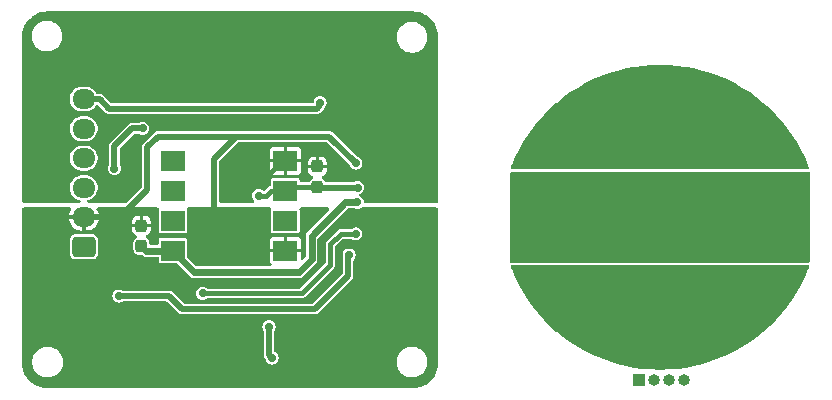
<source format=gbr>
%TF.GenerationSoftware,KiCad,Pcbnew,8.0.4*%
%TF.CreationDate,2024-11-05T13:43:52+01:00*%
%TF.ProjectId,Nutzen,4e75747a-656e-42e6-9b69-6361645f7063,rev?*%
%TF.SameCoordinates,PX791ddc0PY78a3ca0*%
%TF.FileFunction,Copper,L2,Bot*%
%TF.FilePolarity,Positive*%
%FSLAX46Y46*%
G04 Gerber Fmt 4.6, Leading zero omitted, Abs format (unit mm)*
G04 Created by KiCad (PCBNEW 8.0.4) date 2024-11-05 13:43:52*
%MOMM*%
%LPD*%
G01*
G04 APERTURE LIST*
G04 Aperture macros list*
%AMRoundRect*
0 Rectangle with rounded corners*
0 $1 Rounding radius*
0 $2 $3 $4 $5 $6 $7 $8 $9 X,Y pos of 4 corners*
0 Add a 4 corners polygon primitive as box body*
4,1,4,$2,$3,$4,$5,$6,$7,$8,$9,$2,$3,0*
0 Add four circle primitives for the rounded corners*
1,1,$1+$1,$2,$3*
1,1,$1+$1,$4,$5*
1,1,$1+$1,$6,$7*
1,1,$1+$1,$8,$9*
0 Add four rect primitives between the rounded corners*
20,1,$1+$1,$2,$3,$4,$5,0*
20,1,$1+$1,$4,$5,$6,$7,0*
20,1,$1+$1,$6,$7,$8,$9,0*
20,1,$1+$1,$8,$9,$2,$3,0*%
G04 Aperture macros list end*
%TA.AperFunction,Conductor*%
%ADD10C,0.200000*%
%TD*%
%TA.AperFunction,ComponentPad*%
%ADD11RoundRect,0.250000X0.725000X-0.600000X0.725000X0.600000X-0.725000X0.600000X-0.725000X-0.600000X0*%
%TD*%
%TA.AperFunction,ComponentPad*%
%ADD12O,1.950000X1.700000*%
%TD*%
%TA.AperFunction,SMDPad,CuDef*%
%ADD13RoundRect,0.237500X-0.237500X0.300000X-0.237500X-0.300000X0.237500X-0.300000X0.237500X0.300000X0*%
%TD*%
%TA.AperFunction,SMDPad,CuDef*%
%ADD14R,2.000000X1.780000*%
%TD*%
%TA.AperFunction,ComponentPad*%
%ADD15R,1.000000X1.000000*%
%TD*%
%TA.AperFunction,ComponentPad*%
%ADD16O,1.000000X1.000000*%
%TD*%
%TA.AperFunction,ViaPad*%
%ADD17C,0.700000*%
%TD*%
%TA.AperFunction,ViaPad*%
%ADD18C,0.600000*%
%TD*%
%TA.AperFunction,Conductor*%
%ADD19C,0.400000*%
%TD*%
%TA.AperFunction,Conductor*%
%ADD20C,0.500000*%
%TD*%
%TA.AperFunction,Conductor*%
%ADD21C,0.600000*%
%TD*%
G04 APERTURE END LIST*
D10*
%TO.N,/analog_inp_3*%
X57649730Y9845000D02*
X57649730Y10595000D01*
%TD*%
D11*
%TO.P,J1,1,Pin_1*%
%TO.N,GNDD*%
X5520000Y12270000D03*
D12*
%TO.P,J1,2,Pin_2*%
%TO.N,GNDA*%
X5520000Y14770000D03*
%TO.P,J1,3,Pin_3*%
%TO.N,+3.3VD*%
X5520000Y17270000D03*
%TO.P,J1,4,Pin_4*%
%TO.N,/Out2*%
X5520000Y19770000D03*
%TO.P,J1,5,Pin_5*%
%TO.N,/Out1*%
X5520000Y22270000D03*
%TO.P,J1,6,Pin_6*%
%TO.N,/Out3*%
X5520000Y24770000D03*
%TD*%
D13*
%TO.P,C7,1*%
%TO.N,GNDD*%
X25300000Y19062500D03*
%TO.P,C7,2*%
%TO.N,+3.3VD*%
X25300000Y17337500D03*
%TD*%
D14*
%TO.P,U1,1,-Vin*%
%TO.N,GNDD*%
X22590000Y19560000D03*
%TO.P,U1,2,+Vin*%
%TO.N,+3.3VD*%
X22590000Y17020000D03*
%TO.P,U1,3,NA*%
%TO.N,unconnected-(U1-NA-Pad3)*%
X22590000Y14480000D03*
%TO.P,U1,4,-Vout*%
%TO.N,GNDA*%
X22590000Y11940000D03*
%TO.P,U1,5,+Vout*%
%TO.N,+3.3VA*%
X13060000Y11940000D03*
%TO.P,U1,6,NA*%
%TO.N,unconnected-(U1-NA-Pad6)*%
X13060000Y14480000D03*
%TO.P,U1,7,NA*%
%TO.N,unconnected-(U1-NA-Pad7)*%
X13060000Y17020000D03*
%TO.P,U1,8,NA*%
%TO.N,unconnected-(U1-NA-Pad8)*%
X13060000Y19560000D03*
%TD*%
D13*
%TO.P,C8,1*%
%TO.N,GNDA*%
X10400000Y14062500D03*
%TO.P,C8,2*%
%TO.N,+3.3VA*%
X10400000Y12337500D03*
%TD*%
D15*
%TO.P,J3,1,Pin_1*%
%TO.N,unconnected-(J3-Pin_1-Pad1)*%
X52559730Y950000D03*
D16*
%TO.P,J3,2,Pin_2*%
%TO.N,unconnected-(J3-Pin_2-Pad2)*%
X53829730Y950000D03*
%TO.P,J3,3,Pin_3*%
%TO.N,unconnected-(J3-Pin_3-Pad3)*%
X55099730Y950000D03*
%TO.P,J3,4,Pin_4*%
%TO.N,unconnected-(J3-Pin_4-Pad4)*%
X56369730Y950000D03*
%TD*%
D17*
%TO.N,GNDD*%
X33500000Y26200000D03*
X6600000Y29900000D03*
X20350000Y18525000D03*
X31800000Y25000000D03*
X8000000Y29900000D03*
X21450000Y2850000D03*
X21200000Y5500000D03*
X33500000Y25000000D03*
X6600000Y28700000D03*
X31800000Y26200000D03*
X8000000Y28700000D03*
%TO.N,/Out2*%
X27980000Y11560000D03*
X8500000Y8100000D03*
%TO.N,/Out3*%
X25515000Y24480000D03*
%TO.N,+3.3VD*%
X10500000Y22300000D03*
X8100000Y18890000D03*
X20325000Y16600000D03*
X28700000Y17270000D03*
%TO.N,+3.3VA*%
X28680000Y16020000D03*
%TO.N,GNDA*%
X28550000Y19350000D03*
%TO.N,/data_in1*%
X15570000Y8310000D03*
X28550000Y13360000D03*
D18*
%TO.N,/analog_inp_1*%
X42699730Y19920000D03*
%TO.N,/analog_inp_2*%
X42649730Y14720000D03*
%TO.N,/analog_inp_3*%
X45899730Y5820000D03*
%TD*%
D19*
%TO.N,GNDD*%
X22285000Y19560000D02*
X21250000Y18525000D01*
D20*
X21200000Y3100000D02*
X21450000Y2850000D01*
X21200000Y5500000D02*
X21200000Y3100000D01*
D19*
X22590000Y19560000D02*
X22285000Y19560000D01*
X21250000Y18525000D02*
X20350000Y18525000D01*
D20*
%TO.N,/Out2*%
X13840000Y7000000D02*
X12740000Y8100000D01*
X25100000Y7000000D02*
X13840000Y7000000D01*
X27890000Y11470000D02*
X27890000Y9790000D01*
X12740000Y8100000D02*
X8500000Y8100000D01*
D19*
X27980000Y11560000D02*
X27890000Y11470000D01*
D20*
X27890000Y9790000D02*
X25100000Y7000000D01*
%TO.N,/Out3*%
X25515000Y24480000D02*
X25515000Y24235000D01*
X25250000Y23970000D02*
X7660000Y23970000D01*
X25515000Y24235000D02*
X25250000Y23970000D01*
X7660000Y23970000D02*
X6860000Y24770000D01*
X6860000Y24770000D02*
X5520000Y24770000D01*
D19*
%TO.N,+3.3VD*%
X21370000Y17020000D02*
X22590000Y17020000D01*
D20*
X25367500Y17270000D02*
X25300000Y17337500D01*
D19*
X20325000Y16600000D02*
X20950000Y16600000D01*
X20950000Y16600000D02*
X21370000Y17020000D01*
D20*
X9600000Y22300000D02*
X8100000Y20800000D01*
X28700000Y17270000D02*
X25367500Y17270000D01*
D19*
X22907500Y17337500D02*
X25300000Y17337500D01*
X22590000Y17020000D02*
X22907500Y17337500D01*
D20*
X8100000Y20800000D02*
X8100000Y18890000D01*
X10500000Y22300000D02*
X9600000Y22300000D01*
D21*
%TO.N,+3.3VA*%
X13060000Y11940000D02*
X10797500Y11940000D01*
X28680000Y16020000D02*
X27620000Y16020000D01*
X24800000Y11200000D02*
X23725000Y10125000D01*
X10797500Y11940000D02*
X10400000Y12337500D01*
X24800000Y13200000D02*
X24800000Y11200000D01*
X27620000Y16020000D02*
X24800000Y13200000D01*
X23725000Y10125000D02*
X14875000Y10125000D01*
X14875000Y10125000D02*
X13060000Y11940000D01*
D20*
%TO.N,GNDA*%
X11800000Y21600000D02*
X10900000Y20700000D01*
X26300000Y21600000D02*
X20600000Y21600000D01*
X8570000Y14770000D02*
X5520000Y14770000D01*
X28550000Y19350000D02*
X26300000Y21600000D01*
X10900000Y17100000D02*
X8570000Y14770000D01*
X20600000Y21600000D02*
X11800000Y21600000D01*
X10900000Y20700000D02*
X10900000Y17100000D01*
X18400000Y21600000D02*
X16500000Y19700000D01*
X16500000Y19700000D02*
X16500000Y14800000D01*
D19*
%TO.N,/data_in1*%
X26400000Y10750000D02*
X26400000Y12500000D01*
X26400000Y12500000D02*
X27260000Y13360000D01*
X23960000Y8310000D02*
X26400000Y10750000D01*
X15570000Y8310000D02*
X23960000Y8310000D01*
X27260000Y13360000D02*
X28550000Y13360000D01*
%TD*%
%TA.AperFunction,Conductor*%
%TO.N,GNDA*%
G36*
X4400227Y15580315D02*
G01*
X4445982Y15527511D01*
X4455926Y15458353D01*
X4433507Y15403116D01*
X4411433Y15372734D01*
X4329252Y15211448D01*
X4329251Y15211445D01*
X4273317Y15039294D01*
X4254423Y14920000D01*
X5068436Y14920000D01*
X5045000Y14832535D01*
X5045000Y14707465D01*
X5068436Y14620000D01*
X4254423Y14620000D01*
X4273317Y14500707D01*
X4329251Y14328556D01*
X4329252Y14328553D01*
X4411434Y14167266D01*
X4517823Y14020831D01*
X4645830Y13892824D01*
X4792265Y13786435D01*
X4953552Y13704253D01*
X4953555Y13704252D01*
X5125706Y13648318D01*
X5304494Y13620000D01*
X5370000Y13620000D01*
X5370000Y14318436D01*
X5457465Y14295000D01*
X5582535Y14295000D01*
X5670000Y14318436D01*
X5670000Y13620000D01*
X5735506Y13620000D01*
X5914293Y13648318D01*
X6086444Y13704252D01*
X6086447Y13704253D01*
X6247734Y13786435D01*
X6394169Y13892824D01*
X6522176Y14020831D01*
X6628565Y14167266D01*
X6710747Y14328553D01*
X6710748Y14328556D01*
X6735447Y14404572D01*
X9625000Y14404572D01*
X9625000Y14212500D01*
X10250000Y14212500D01*
X10550000Y14212500D01*
X11175000Y14212500D01*
X11175000Y14404572D01*
X11164626Y14490959D01*
X11110423Y14628408D01*
X11110420Y14628414D01*
X11021143Y14746144D01*
X10903413Y14835421D01*
X10903407Y14835424D01*
X10765958Y14889627D01*
X10679572Y14900000D01*
X10550000Y14900000D01*
X10550000Y14212500D01*
X10250000Y14212500D01*
X10250000Y14900000D01*
X10120428Y14900000D01*
X10034041Y14889627D01*
X9896592Y14835424D01*
X9896586Y14835421D01*
X9778856Y14746144D01*
X9689579Y14628414D01*
X9689576Y14628408D01*
X9635373Y14490959D01*
X9625000Y14404572D01*
X6735447Y14404572D01*
X6766682Y14500707D01*
X6785577Y14620000D01*
X5971564Y14620000D01*
X5995000Y14707465D01*
X5995000Y14832535D01*
X5971564Y14920000D01*
X6785577Y14920000D01*
X6766682Y15039294D01*
X6710748Y15211445D01*
X6710747Y15211448D01*
X6628566Y15372734D01*
X6606493Y15403116D01*
X6583014Y15468922D01*
X6598840Y15536976D01*
X6648946Y15585670D01*
X6706812Y15600000D01*
X11750227Y15600000D01*
X11817266Y15580315D01*
X11863021Y15527511D01*
X11872965Y15458353D01*
X11871844Y15451809D01*
X11859500Y15389753D01*
X11859500Y13570248D01*
X11871131Y13511771D01*
X11871132Y13511770D01*
X11915447Y13445448D01*
X11981769Y13401133D01*
X11981770Y13401132D01*
X12040247Y13389501D01*
X12040250Y13389500D01*
X12040252Y13389500D01*
X14079750Y13389500D01*
X14079751Y13389501D01*
X14098289Y13393188D01*
X14138229Y13401132D01*
X14138229Y13401133D01*
X14138231Y13401133D01*
X14204552Y13445448D01*
X14248867Y13511769D01*
X14248867Y13511771D01*
X14248868Y13511771D01*
X14260499Y13570248D01*
X14260500Y13570250D01*
X14260500Y15389751D01*
X14260499Y15389753D01*
X14248156Y15451809D01*
X14254383Y15521400D01*
X14297246Y15576578D01*
X14363136Y15599822D01*
X14369773Y15600000D01*
X21280227Y15600000D01*
X21347266Y15580315D01*
X21393021Y15527511D01*
X21402965Y15458353D01*
X21401844Y15451809D01*
X21389500Y15389753D01*
X21389500Y13570248D01*
X21401131Y13511771D01*
X21401132Y13511770D01*
X21445447Y13445448D01*
X21511769Y13401133D01*
X21511770Y13401132D01*
X21570247Y13389501D01*
X21570250Y13389500D01*
X21570252Y13389500D01*
X23609750Y13389500D01*
X23609751Y13389501D01*
X23628289Y13393188D01*
X23668229Y13401132D01*
X23668229Y13401133D01*
X23668231Y13401133D01*
X23734552Y13445448D01*
X23778867Y13511769D01*
X23778867Y13511771D01*
X23778868Y13511771D01*
X23790499Y13570248D01*
X23790500Y13570250D01*
X23790500Y15389751D01*
X23790499Y15389753D01*
X23778156Y15451809D01*
X23784383Y15521400D01*
X23827246Y15576578D01*
X23893136Y15599822D01*
X23899773Y15600000D01*
X26192824Y15600000D01*
X26259863Y15580315D01*
X26305618Y15527511D01*
X26315562Y15458353D01*
X26286537Y15394797D01*
X26280509Y15388325D01*
X25370528Y14478343D01*
X24475245Y13583060D01*
X24475244Y13583060D01*
X24475245Y13583059D01*
X24399500Y13507314D01*
X24333608Y13393188D01*
X24299500Y13265892D01*
X24299500Y11458677D01*
X24279815Y11391638D01*
X24263181Y11370996D01*
X24101681Y11209496D01*
X24040358Y11176011D01*
X23970666Y11180995D01*
X23914733Y11222867D01*
X23890316Y11288331D01*
X23890000Y11297177D01*
X23890000Y11790000D01*
X21290001Y11790000D01*
X21290001Y11005215D01*
X21290002Y11005192D01*
X21292908Y10980131D01*
X21292909Y10980127D01*
X21338211Y10877526D01*
X21338214Y10877521D01*
X21378554Y10837181D01*
X21412039Y10775858D01*
X21407055Y10706166D01*
X21365183Y10650233D01*
X21299719Y10625816D01*
X21290873Y10625500D01*
X15133676Y10625500D01*
X15066637Y10645185D01*
X15045995Y10661819D01*
X14296819Y11410995D01*
X14263334Y11472318D01*
X14260500Y11498676D01*
X14260500Y12849751D01*
X14260499Y12849753D01*
X14255518Y12874795D01*
X21290000Y12874795D01*
X21290000Y12090000D01*
X22440000Y12090000D01*
X22740000Y12090000D01*
X23889999Y12090000D01*
X23889999Y12874786D01*
X23889997Y12874809D01*
X23887091Y12899870D01*
X23887090Y12899874D01*
X23841788Y13002475D01*
X23841785Y13002480D01*
X23762479Y13081786D01*
X23762474Y13081789D01*
X23659876Y13127090D01*
X23634794Y13130000D01*
X22740000Y13130000D01*
X22740000Y12090000D01*
X22440000Y12090000D01*
X22440000Y13130000D01*
X21545214Y13130000D01*
X21545191Y13129998D01*
X21520130Y13127092D01*
X21520126Y13127091D01*
X21417525Y13081789D01*
X21417520Y13081786D01*
X21338214Y13002480D01*
X21338211Y13002475D01*
X21292910Y12899878D01*
X21292910Y12899876D01*
X21290000Y12874795D01*
X14255518Y12874795D01*
X14248868Y12908230D01*
X14248867Y12908231D01*
X14204552Y12974553D01*
X14138230Y13018868D01*
X14138229Y13018869D01*
X14079752Y13030500D01*
X14079748Y13030500D01*
X12040252Y13030500D01*
X12040247Y13030500D01*
X11981770Y13018869D01*
X11981769Y13018868D01*
X11915447Y12974553D01*
X11871132Y12908231D01*
X11871131Y12908230D01*
X11859500Y12849753D01*
X11859500Y12564500D01*
X11839815Y12497461D01*
X11787011Y12451706D01*
X11735500Y12440500D01*
X11199500Y12440500D01*
X11132461Y12460185D01*
X11086706Y12512989D01*
X11075500Y12564500D01*
X11075500Y12690261D01*
X11072725Y12719850D01*
X11049251Y12786933D01*
X11029116Y12844475D01*
X11025224Y12849748D01*
X10950711Y12950711D01*
X10950710Y12950712D01*
X10844477Y13029115D01*
X10844475Y13029116D01*
X10840391Y13030545D01*
X10836527Y13033317D01*
X10836260Y13033458D01*
X10836279Y13033495D01*
X10783618Y13071267D01*
X10757872Y13136220D01*
X10771329Y13204781D01*
X10819717Y13255183D01*
X10835860Y13262940D01*
X10903413Y13289580D01*
X11021143Y13378857D01*
X11110420Y13496587D01*
X11110423Y13496593D01*
X11164626Y13634042D01*
X11175000Y13720429D01*
X11175000Y13912500D01*
X9625000Y13912500D01*
X9625000Y13720429D01*
X9635373Y13634042D01*
X9689576Y13496593D01*
X9689579Y13496587D01*
X9778856Y13378857D01*
X9896586Y13289580D01*
X9896592Y13289577D01*
X9964139Y13262939D01*
X10019283Y13220033D01*
X10042476Y13154125D01*
X10026355Y13086141D01*
X9976038Y13037665D01*
X9959608Y13030545D01*
X9955524Y13029116D01*
X9955523Y13029116D01*
X9849289Y12950712D01*
X9849288Y12950711D01*
X9770884Y12844477D01*
X9727274Y12719850D01*
X9724500Y12690261D01*
X9724500Y11984740D01*
X9727274Y11955151D01*
X9770884Y11830524D01*
X9849288Y11724290D01*
X9849289Y11724289D01*
X9955523Y11645885D01*
X9955524Y11645885D01*
X9955525Y11645884D01*
X10080151Y11602275D01*
X10080150Y11602275D01*
X10109740Y11599500D01*
X10109744Y11599500D01*
X10378824Y11599500D01*
X10445863Y11579815D01*
X10466505Y11563181D01*
X10490186Y11539500D01*
X10604314Y11473608D01*
X10731608Y11439500D01*
X10863393Y11439500D01*
X11735500Y11439500D01*
X11802539Y11419815D01*
X11848294Y11367011D01*
X11859500Y11315500D01*
X11859500Y11030248D01*
X11871131Y10971771D01*
X11871132Y10971770D01*
X11915447Y10905448D01*
X11981769Y10861133D01*
X11981770Y10861132D01*
X12040247Y10849501D01*
X12040250Y10849500D01*
X12040252Y10849500D01*
X13391324Y10849500D01*
X13458363Y10829815D01*
X13479005Y10813181D01*
X14567686Y9724500D01*
X14681814Y9658608D01*
X14809108Y9624500D01*
X14809110Y9624500D01*
X23790890Y9624500D01*
X23790892Y9624500D01*
X23918186Y9658608D01*
X24032314Y9724500D01*
X25200500Y10892686D01*
X25266392Y11006814D01*
X25300500Y11134108D01*
X25300500Y11265893D01*
X25300500Y12941325D01*
X25320185Y13008364D01*
X25336819Y13029006D01*
X27790994Y15483181D01*
X27852317Y15516666D01*
X27878675Y15519500D01*
X28425124Y15519500D01*
X28472572Y15510063D01*
X28536291Y15483670D01*
X28632097Y15471057D01*
X28679999Y15464750D01*
X28680000Y15464750D01*
X28680001Y15464750D01*
X28694977Y15466722D01*
X28823709Y15483670D01*
X28957625Y15539139D01*
X28991000Y15564750D01*
X29003547Y15574376D01*
X29068716Y15599570D01*
X29079033Y15600000D01*
X35375500Y15600000D01*
X35442539Y15580315D01*
X35488294Y15527511D01*
X35499500Y15476000D01*
X35499500Y12156137D01*
X35500000Y12148511D01*
X35500000Y11251487D01*
X35499500Y11243860D01*
X35499500Y2404052D01*
X35499234Y2395942D01*
X35482069Y2134071D01*
X35479952Y2117990D01*
X35429546Y1864580D01*
X35425348Y1848912D01*
X35342298Y1604255D01*
X35336091Y1589270D01*
X35221814Y1357540D01*
X35213704Y1343494D01*
X35070160Y1128664D01*
X35060286Y1115795D01*
X34889929Y921540D01*
X34878460Y910071D01*
X34684205Y739714D01*
X34671336Y729840D01*
X34456506Y586296D01*
X34442460Y578186D01*
X34210730Y463909D01*
X34195745Y457702D01*
X33951088Y374652D01*
X33935420Y370454D01*
X33682010Y320048D01*
X33665929Y317931D01*
X33404058Y300766D01*
X33395948Y300500D01*
X2404052Y300500D01*
X2395942Y300766D01*
X2134070Y317931D01*
X2117989Y320048D01*
X1864579Y370454D01*
X1848911Y374652D01*
X1604254Y457702D01*
X1589269Y463909D01*
X1357539Y578186D01*
X1343493Y586296D01*
X1128663Y729840D01*
X1115794Y739714D01*
X921539Y910071D01*
X910070Y921540D01*
X739713Y1115795D01*
X729839Y1128664D01*
X586295Y1343494D01*
X578185Y1357540D01*
X463908Y1589270D01*
X457704Y1604248D01*
X374648Y1848923D01*
X370453Y1864580D01*
X354071Y1946937D01*
X320046Y2117995D01*
X317931Y2134051D01*
X300764Y2395972D01*
X300500Y2404052D01*
X300500Y2612352D01*
X1149500Y2612352D01*
X1149500Y2407649D01*
X1181522Y2205466D01*
X1244781Y2010777D01*
X1337715Y1828387D01*
X1458028Y1662787D01*
X1602786Y1518029D01*
X1757749Y1405444D01*
X1768390Y1397713D01*
X1874801Y1343494D01*
X1950776Y1304782D01*
X1950778Y1304782D01*
X1950781Y1304780D01*
X2055137Y1270873D01*
X2145465Y1241523D01*
X2208602Y1231523D01*
X2347648Y1209500D01*
X2347649Y1209500D01*
X2552351Y1209500D01*
X2552352Y1209500D01*
X2754534Y1241523D01*
X2949219Y1304780D01*
X3131610Y1397713D01*
X3224590Y1465268D01*
X3297213Y1518029D01*
X3297215Y1518032D01*
X3297219Y1518034D01*
X3441966Y1662781D01*
X3441968Y1662785D01*
X3441971Y1662787D01*
X3555019Y1818387D01*
X3562287Y1828390D01*
X3655220Y2010781D01*
X3718477Y2205466D01*
X3750500Y2407648D01*
X3750500Y2612352D01*
X3735622Y2706288D01*
X3718477Y2814535D01*
X3674355Y2950328D01*
X3655220Y3009219D01*
X3655218Y3009222D01*
X3655218Y3009224D01*
X3594889Y3127625D01*
X3562287Y3191610D01*
X3525226Y3242621D01*
X3441971Y3357214D01*
X3297213Y3501972D01*
X3131613Y3622285D01*
X3131612Y3622286D01*
X3131610Y3622287D01*
X3074653Y3651309D01*
X2949223Y3715219D01*
X2754534Y3778478D01*
X2579995Y3806122D01*
X2552352Y3810500D01*
X2347648Y3810500D01*
X2323329Y3806649D01*
X2145465Y3778478D01*
X1950776Y3715219D01*
X1768386Y3622285D01*
X1602786Y3501972D01*
X1458028Y3357214D01*
X1337715Y3191614D01*
X1244781Y3009224D01*
X1181522Y2814535D01*
X1149500Y2612352D01*
X300500Y2612352D01*
X300500Y5500001D01*
X20644750Y5500001D01*
X20644750Y5500000D01*
X20663670Y5356292D01*
X20663671Y5356288D01*
X20719137Y5222378D01*
X20719138Y5222376D01*
X20719139Y5222375D01*
X20723875Y5216202D01*
X20749070Y5151035D01*
X20749500Y5140716D01*
X20749500Y3040692D01*
X20773712Y2950328D01*
X20780200Y2926115D01*
X20780200Y2926114D01*
X20780201Y2926113D01*
X20839511Y2823386D01*
X20839513Y2823384D01*
X20877396Y2785501D01*
X20910881Y2724178D01*
X20912654Y2714009D01*
X20913670Y2706290D01*
X20969137Y2572378D01*
X20969138Y2572376D01*
X20969139Y2572375D01*
X21057379Y2457379D01*
X21172375Y2369139D01*
X21306291Y2313670D01*
X21433280Y2296952D01*
X21449999Y2294750D01*
X21450000Y2294750D01*
X21450001Y2294750D01*
X21464977Y2296722D01*
X21593709Y2313670D01*
X21727625Y2369139D01*
X21842621Y2457379D01*
X21930861Y2572375D01*
X21943278Y2602352D01*
X31999500Y2602352D01*
X31999500Y2397649D01*
X32031522Y2195466D01*
X32094781Y2000777D01*
X32158691Y1875347D01*
X32182619Y1828387D01*
X32187715Y1818387D01*
X32308028Y1652787D01*
X32452786Y1508029D01*
X32604622Y1397716D01*
X32618390Y1387713D01*
X32705175Y1343494D01*
X32800776Y1294782D01*
X32800778Y1294782D01*
X32800781Y1294780D01*
X32905137Y1260873D01*
X32995465Y1231523D01*
X33096557Y1215512D01*
X33197648Y1199500D01*
X33197649Y1199500D01*
X33402351Y1199500D01*
X33402352Y1199500D01*
X33604534Y1231523D01*
X33799219Y1294780D01*
X33981610Y1387713D01*
X34074590Y1455268D01*
X34147213Y1508029D01*
X34147215Y1508032D01*
X34147219Y1508034D01*
X34291966Y1652781D01*
X34291968Y1652785D01*
X34291971Y1652787D01*
X34344732Y1725410D01*
X34412287Y1818390D01*
X34505220Y2000781D01*
X34568477Y2195466D01*
X34600500Y2397648D01*
X34600500Y2602352D01*
X34568477Y2804534D01*
X34565227Y2814535D01*
X34539127Y2894863D01*
X34505220Y2999219D01*
X34505218Y2999222D01*
X34505218Y2999224D01*
X34471503Y3065393D01*
X34412287Y3181610D01*
X34404556Y3192251D01*
X34291971Y3347214D01*
X34147213Y3491972D01*
X33981613Y3612285D01*
X33981612Y3612286D01*
X33981610Y3612287D01*
X33924653Y3641309D01*
X33799223Y3705219D01*
X33604534Y3768478D01*
X33429995Y3796122D01*
X33402352Y3800500D01*
X33197648Y3800500D01*
X33173329Y3796649D01*
X32995465Y3768478D01*
X32800776Y3705219D01*
X32618386Y3612285D01*
X32452786Y3491972D01*
X32308028Y3347214D01*
X32187715Y3181614D01*
X32094781Y2999224D01*
X32031522Y2804535D01*
X31999500Y2602352D01*
X21943278Y2602352D01*
X21986330Y2706291D01*
X22005250Y2850000D01*
X21986330Y2993709D01*
X21930861Y3127625D01*
X21842621Y3242621D01*
X21727625Y3330861D01*
X21727624Y3330862D01*
X21727622Y3330863D01*
X21727039Y3331104D01*
X21726622Y3331441D01*
X21720586Y3334925D01*
X21721129Y3335867D01*
X21672639Y3374949D01*
X21650579Y3441245D01*
X21650500Y3445662D01*
X21650500Y5140716D01*
X21670185Y5207755D01*
X21676116Y5216192D01*
X21680861Y5222375D01*
X21736330Y5356291D01*
X21755250Y5500000D01*
X21736330Y5643709D01*
X21680861Y5777625D01*
X21592621Y5892621D01*
X21477625Y5980861D01*
X21477624Y5980862D01*
X21477622Y5980863D01*
X21343712Y6036329D01*
X21343710Y6036330D01*
X21343709Y6036330D01*
X21271854Y6045790D01*
X21200001Y6055250D01*
X21199999Y6055250D01*
X21056291Y6036330D01*
X21056287Y6036329D01*
X20922377Y5980863D01*
X20807379Y5892621D01*
X20719137Y5777623D01*
X20663671Y5643713D01*
X20663670Y5643709D01*
X20644750Y5500001D01*
X300500Y5500001D01*
X300500Y8100001D01*
X7944750Y8100001D01*
X7944750Y8100000D01*
X7963670Y7956292D01*
X7963671Y7956288D01*
X8019137Y7822378D01*
X8019138Y7822376D01*
X8019139Y7822375D01*
X8107379Y7707379D01*
X8222375Y7619139D01*
X8356291Y7563670D01*
X8483280Y7546952D01*
X8499999Y7544750D01*
X8500000Y7544750D01*
X8500001Y7544750D01*
X8514977Y7546722D01*
X8643709Y7563670D01*
X8777625Y7619139D01*
X8777629Y7619142D01*
X8783801Y7623877D01*
X8848970Y7649070D01*
X8859285Y7649500D01*
X12502035Y7649500D01*
X12569074Y7629815D01*
X12589716Y7613181D01*
X13563386Y6639511D01*
X13666113Y6580201D01*
X13690321Y6573716D01*
X13690324Y6573714D01*
X13690325Y6573714D01*
X13720447Y6565643D01*
X13780691Y6549500D01*
X13780693Y6549500D01*
X25159308Y6549500D01*
X25159309Y6549500D01*
X25249673Y6573714D01*
X25273887Y6580201D01*
X25376614Y6639511D01*
X28250490Y9513386D01*
X28309799Y9616113D01*
X28321185Y9658608D01*
X28340500Y9730691D01*
X28340500Y11083895D01*
X28360185Y11150934D01*
X28368023Y11160662D01*
X28367673Y11160930D01*
X28414805Y11222354D01*
X28460861Y11282375D01*
X28516330Y11416291D01*
X28535250Y11560000D01*
X28516330Y11703709D01*
X28460861Y11837625D01*
X28372621Y11952621D01*
X28257625Y12040861D01*
X28257624Y12040862D01*
X28257622Y12040863D01*
X28123712Y12096329D01*
X28123710Y12096330D01*
X28123709Y12096330D01*
X28051854Y12105790D01*
X27980001Y12115250D01*
X27979999Y12115250D01*
X27836291Y12096330D01*
X27836287Y12096329D01*
X27702377Y12040863D01*
X27587379Y11952621D01*
X27499137Y11837623D01*
X27443671Y11703713D01*
X27443670Y11703709D01*
X27424750Y11560000D01*
X27438439Y11456024D01*
X27439500Y11439838D01*
X27439500Y10027966D01*
X27419815Y9960927D01*
X27403181Y9940285D01*
X24949716Y7486819D01*
X24888393Y7453334D01*
X24862035Y7450500D01*
X14077965Y7450500D01*
X14010926Y7470185D01*
X13990284Y7486819D01*
X13167102Y8310001D01*
X15014750Y8310001D01*
X15014750Y8310000D01*
X15033670Y8166292D01*
X15033671Y8166288D01*
X15089137Y8032378D01*
X15089138Y8032376D01*
X15089139Y8032375D01*
X15177379Y7917379D01*
X15292375Y7829139D01*
X15292376Y7829139D01*
X15292377Y7829138D01*
X15308705Y7822375D01*
X15426291Y7773670D01*
X15553280Y7756952D01*
X15569999Y7754750D01*
X15570000Y7754750D01*
X15570001Y7754750D01*
X15584977Y7756722D01*
X15713709Y7773670D01*
X15847625Y7829139D01*
X15894280Y7864940D01*
X15918960Y7883876D01*
X15984129Y7909070D01*
X15994446Y7909500D01*
X24012725Y7909500D01*
X24012727Y7909500D01*
X24114588Y7936793D01*
X24205913Y7989520D01*
X26720480Y10504087D01*
X26773207Y10595412D01*
X26800500Y10697273D01*
X26800500Y10802727D01*
X26800500Y12282746D01*
X26820185Y12349785D01*
X26836819Y12370427D01*
X27389573Y12923181D01*
X27450896Y12956666D01*
X27477254Y12959500D01*
X28125554Y12959500D01*
X28192593Y12939815D01*
X28201040Y12933876D01*
X28245350Y12899876D01*
X28272375Y12879139D01*
X28406291Y12823670D01*
X28533280Y12806952D01*
X28549999Y12804750D01*
X28550000Y12804750D01*
X28550001Y12804750D01*
X28564977Y12806722D01*
X28693709Y12823670D01*
X28827625Y12879139D01*
X28942621Y12967379D01*
X29030861Y13082375D01*
X29086330Y13216291D01*
X29105250Y13360000D01*
X29086330Y13503709D01*
X29043996Y13605913D01*
X29030862Y13637623D01*
X29030861Y13637624D01*
X29030861Y13637625D01*
X28942621Y13752621D01*
X28827625Y13840861D01*
X28827624Y13840862D01*
X28827622Y13840863D01*
X28693712Y13896329D01*
X28693710Y13896330D01*
X28693709Y13896330D01*
X28621854Y13905790D01*
X28550001Y13915250D01*
X28549999Y13915250D01*
X28406291Y13896330D01*
X28406287Y13896329D01*
X28272376Y13840862D01*
X28272374Y13840861D01*
X28201040Y13786124D01*
X28135871Y13760930D01*
X28125554Y13760500D01*
X27320339Y13760500D01*
X27320323Y13760501D01*
X27312727Y13760501D01*
X27207273Y13760501D01*
X27139366Y13742305D01*
X27105412Y13733207D01*
X27014084Y13680478D01*
X26079522Y12745916D01*
X26079518Y12745910D01*
X26026792Y12654588D01*
X26026793Y12654587D01*
X25999500Y12552727D01*
X25999500Y10967255D01*
X25979815Y10900216D01*
X25963181Y10879574D01*
X23830426Y8746819D01*
X23769103Y8713334D01*
X23742745Y8710500D01*
X15994446Y8710500D01*
X15927407Y8730185D01*
X15918960Y8736124D01*
X15847625Y8790861D01*
X15847623Y8790862D01*
X15713712Y8846329D01*
X15713710Y8846330D01*
X15713709Y8846330D01*
X15641854Y8855790D01*
X15570001Y8865250D01*
X15569999Y8865250D01*
X15426291Y8846330D01*
X15426287Y8846329D01*
X15292377Y8790863D01*
X15177379Y8702621D01*
X15089137Y8587623D01*
X15033671Y8453713D01*
X15033670Y8453709D01*
X15014750Y8310001D01*
X13167102Y8310001D01*
X13016616Y8460487D01*
X13016614Y8460489D01*
X12960960Y8492621D01*
X12913888Y8519799D01*
X12901780Y8523043D01*
X12889673Y8526287D01*
X12889670Y8526288D01*
X12851478Y8536522D01*
X12799309Y8550500D01*
X12799308Y8550500D01*
X8859285Y8550500D01*
X8792246Y8570185D01*
X8783801Y8576123D01*
X8777629Y8580859D01*
X8777623Y8580862D01*
X8643712Y8636329D01*
X8643710Y8636330D01*
X8643709Y8636330D01*
X8571854Y8645790D01*
X8500001Y8655250D01*
X8499999Y8655250D01*
X8356291Y8636330D01*
X8356287Y8636329D01*
X8222377Y8580863D01*
X8107379Y8492621D01*
X8019137Y8377623D01*
X7963671Y8243713D01*
X7963670Y8243709D01*
X7944750Y8100001D01*
X300500Y8100001D01*
X300500Y12924270D01*
X4344500Y12924270D01*
X4344500Y11615731D01*
X4347353Y11585301D01*
X4347353Y11585299D01*
X4386888Y11472318D01*
X4392207Y11457118D01*
X4472850Y11347850D01*
X4582118Y11267207D01*
X4624845Y11252256D01*
X4710299Y11222354D01*
X4740730Y11219500D01*
X4740734Y11219500D01*
X6299270Y11219500D01*
X6329699Y11222354D01*
X6329701Y11222354D01*
X6393790Y11244781D01*
X6457882Y11267207D01*
X6567150Y11347850D01*
X6647793Y11457118D01*
X6683793Y11560000D01*
X6692646Y11585299D01*
X6692646Y11585301D01*
X6695500Y11615731D01*
X6695500Y12924270D01*
X6692646Y12954700D01*
X6692646Y12954702D01*
X6650376Y13075500D01*
X6647793Y13082882D01*
X6567150Y13192150D01*
X6457882Y13272793D01*
X6457880Y13272794D01*
X6329700Y13317647D01*
X6299270Y13320500D01*
X6299266Y13320500D01*
X4740734Y13320500D01*
X4740730Y13320500D01*
X4710300Y13317647D01*
X4710298Y13317647D01*
X4582119Y13272794D01*
X4582117Y13272793D01*
X4472850Y13192150D01*
X4392207Y13082883D01*
X4392206Y13082881D01*
X4347353Y12954702D01*
X4347353Y12954700D01*
X4344500Y12924270D01*
X300500Y12924270D01*
X300500Y15476000D01*
X320185Y15543039D01*
X372989Y15588794D01*
X424500Y15600000D01*
X4333188Y15600000D01*
X4400227Y15580315D01*
G37*
%TD.AperFunction*%
%TD*%
%TA.AperFunction,Conductor*%
%TO.N,/analog_inp_3*%
G36*
X66914952Y10701093D02*
G01*
X66950916Y10651593D01*
X66950916Y10590407D01*
X66949439Y10586192D01*
X66883798Y10411540D01*
X66871674Y10379280D01*
X66869920Y10374931D01*
X66581942Y9706662D01*
X66579689Y9701800D01*
X66256142Y9050430D01*
X66253629Y9045697D01*
X65895306Y8412780D01*
X65892541Y8408190D01*
X65500490Y7795578D01*
X65497480Y7791144D01*
X65072866Y7200658D01*
X65069621Y7196393D01*
X64613662Y6629728D01*
X64610191Y6625646D01*
X64124253Y6084498D01*
X64120566Y6080609D01*
X63606046Y5566535D01*
X63602154Y5562852D01*
X63060595Y5077392D01*
X63056510Y5073924D01*
X62489450Y4618457D01*
X62485182Y4615215D01*
X61894313Y4191102D01*
X61889877Y4188097D01*
X61276951Y3796593D01*
X61272358Y3793831D01*
X60639109Y3436045D01*
X60634374Y3433536D01*
X59982700Y3110542D01*
X59977836Y3108294D01*
X59309677Y2821050D01*
X59304699Y2819067D01*
X58621931Y2568382D01*
X58616852Y2566672D01*
X57921549Y2353305D01*
X57916386Y2351872D01*
X57210532Y2176435D01*
X57205298Y2175284D01*
X56491018Y2038303D01*
X56485730Y2037436D01*
X55765052Y1939301D01*
X55759724Y1938722D01*
X55034810Y1879727D01*
X55029459Y1879437D01*
X54302409Y1859752D01*
X54297051Y1859752D01*
X53570000Y1879437D01*
X53564649Y1879727D01*
X52839735Y1938722D01*
X52834407Y1939301D01*
X52113729Y2037436D01*
X52108441Y2038303D01*
X51394161Y2175284D01*
X51388927Y2176435D01*
X50683073Y2351872D01*
X50677910Y2353305D01*
X49982607Y2566672D01*
X49977528Y2568382D01*
X49294760Y2819067D01*
X49289782Y2821050D01*
X48621623Y3108294D01*
X48616759Y3110542D01*
X47965085Y3433536D01*
X47960350Y3436045D01*
X47327101Y3793831D01*
X47322508Y3796593D01*
X46709582Y4188097D01*
X46705146Y4191102D01*
X46114277Y4615215D01*
X46110009Y4618457D01*
X45542949Y5073924D01*
X45538864Y5077392D01*
X44997305Y5562852D01*
X44993413Y5566535D01*
X44478893Y6080609D01*
X44475206Y6084498D01*
X43989268Y6625646D01*
X43985797Y6629728D01*
X43529838Y7196393D01*
X43526602Y7200647D01*
X43101975Y7791149D01*
X43098969Y7795578D01*
X42706918Y8408190D01*
X42704153Y8412780D01*
X42345830Y9045697D01*
X42343317Y9050430D01*
X42019770Y9701800D01*
X42017517Y9706662D01*
X41729539Y10374931D01*
X41727792Y10379262D01*
X41650027Y10586172D01*
X41647254Y10647293D01*
X41680937Y10698373D01*
X41738211Y10719898D01*
X41742699Y10720000D01*
X66856761Y10720000D01*
X66914952Y10701093D01*
G37*
%TD.AperFunction*%
%TD*%
%TA.AperFunction,Conductor*%
%TO.N,/analog_inp_1*%
G36*
X55029476Y27660564D02*
G01*
X55034793Y27660275D01*
X55759735Y27601278D01*
X55765042Y27600702D01*
X56485754Y27502561D01*
X56490993Y27501702D01*
X57205316Y27364713D01*
X57210515Y27363570D01*
X57916412Y27188122D01*
X57921524Y27186703D01*
X58583321Y26983619D01*
X58616852Y26973329D01*
X58621932Y26971619D01*
X59304719Y26720926D01*
X59309658Y26718959D01*
X59977836Y26431707D01*
X59982697Y26429461D01*
X60634388Y26106458D01*
X60639109Y26103956D01*
X61272358Y25746170D01*
X61276935Y25743418D01*
X61889892Y25351894D01*
X61894298Y25348909D01*
X62449702Y24950253D01*
X62485182Y24924786D01*
X62489450Y24921544D01*
X63056510Y24466077D01*
X63060595Y24462609D01*
X63602154Y23977149D01*
X63606046Y23973466D01*
X64120566Y23459392D01*
X64124253Y23455503D01*
X64610191Y22914355D01*
X64613662Y22910273D01*
X65069621Y22343608D01*
X65072866Y22339343D01*
X65497480Y21748857D01*
X65500490Y21744423D01*
X65892541Y21131811D01*
X65895306Y21127221D01*
X66253629Y20494304D01*
X66256142Y20489571D01*
X66579689Y19838201D01*
X66581942Y19833339D01*
X66869920Y19165070D01*
X66871674Y19160720D01*
X66949432Y18953829D01*
X66952206Y18892707D01*
X66918523Y18841628D01*
X66861249Y18820102D01*
X66856761Y18820000D01*
X41742699Y18820000D01*
X41684508Y18838907D01*
X41648544Y18888407D01*
X41648544Y18949593D01*
X41650028Y18953829D01*
X41727798Y19160753D01*
X41729539Y19165070D01*
X42017517Y19833339D01*
X42019762Y19838184D01*
X42343322Y20489582D01*
X42345830Y20494304D01*
X42704153Y21127221D01*
X42706918Y21131811D01*
X43098984Y21744446D01*
X43101963Y21748835D01*
X43526615Y22339373D01*
X43529816Y22343580D01*
X43985799Y22910277D01*
X43989268Y22914355D01*
X44475218Y23455516D01*
X44478881Y23459380D01*
X44993438Y23973491D01*
X44997279Y23977125D01*
X45538889Y24462631D01*
X45542924Y24466057D01*
X46110025Y24921557D01*
X46114260Y24924774D01*
X46705178Y25348921D01*
X46709549Y25351883D01*
X47322540Y25743428D01*
X47327083Y25746160D01*
X47960362Y26103963D01*
X47965056Y26106450D01*
X48616776Y26429468D01*
X48621605Y26431699D01*
X49289814Y26718964D01*
X49294728Y26720922D01*
X49977538Y26971623D01*
X49982597Y26973326D01*
X50677945Y27186706D01*
X50683037Y27188120D01*
X51388952Y27363572D01*
X51394135Y27364712D01*
X52108471Y27501704D01*
X52113699Y27502561D01*
X52834421Y27600702D01*
X52839720Y27601278D01*
X53564668Y27660276D01*
X53569981Y27660564D01*
X54297071Y27680249D01*
X54302389Y27680249D01*
X55029476Y27660564D01*
G37*
%TD.AperFunction*%
%TD*%
%TA.AperFunction,Conductor*%
%TO.N,/analog_inp_2*%
G36*
X41742699Y18614500D02*
G01*
X41742700Y18614500D01*
X66856722Y18614500D01*
X66856761Y18614500D01*
X66861430Y18614553D01*
X66865918Y18614655D01*
X66868543Y18615163D01*
X66869629Y18615054D01*
X66870066Y18615100D01*
X66870075Y18615008D01*
X66925247Y18609431D01*
X66932560Y18606402D01*
X66979083Y18566662D01*
X66986131Y18552830D01*
X66992193Y18538195D01*
X66999730Y18500309D01*
X66999730Y11039692D01*
X66992193Y11001803D01*
X66986132Y10987172D01*
X66946393Y10940648D01*
X66932555Y10933597D01*
X66923246Y10929741D01*
X66869875Y10923424D01*
X66856761Y10925500D01*
X41742699Y10925500D01*
X41738146Y10925449D01*
X41738029Y10925447D01*
X41733537Y10925345D01*
X41730898Y10924834D01*
X41729808Y10924945D01*
X41729396Y10924900D01*
X41729386Y10924987D01*
X41674209Y10930571D01*
X41669063Y10932703D01*
X41666899Y10933599D01*
X41620376Y10973339D01*
X41613327Y10987172D01*
X41607264Y11001810D01*
X41599730Y11039692D01*
X41599730Y18500309D01*
X41607264Y18538190D01*
X41613326Y18552827D01*
X41653061Y18599350D01*
X41666895Y18606400D01*
X41676216Y18610261D01*
X41729585Y18616577D01*
X41742699Y18614500D01*
G37*
%TD.AperFunction*%
%TD*%
%TA.AperFunction,Conductor*%
%TO.N,GNDD*%
G36*
X33404028Y32199236D02*
G01*
X33665949Y32182069D01*
X33682005Y32179954D01*
X33935426Y32129546D01*
X33951077Y32125352D01*
X34195752Y32042296D01*
X34210730Y32036092D01*
X34442460Y31921815D01*
X34456506Y31913705D01*
X34671336Y31770161D01*
X34684205Y31760287D01*
X34878460Y31589930D01*
X34889929Y31578461D01*
X35045996Y31400500D01*
X35060286Y31384206D01*
X35070160Y31371337D01*
X35213704Y31156507D01*
X35221814Y31142461D01*
X35336091Y30910731D01*
X35342298Y30895746D01*
X35425348Y30651089D01*
X35429546Y30635421D01*
X35479952Y30382011D01*
X35482069Y30365930D01*
X35499234Y30104059D01*
X35499500Y30095949D01*
X35499500Y21156137D01*
X35500000Y21148511D01*
X35500000Y20251487D01*
X35499500Y20243860D01*
X35499500Y16124000D01*
X35479815Y16056961D01*
X35427011Y16011206D01*
X35375500Y16000000D01*
X29346628Y16000000D01*
X29279589Y16019685D01*
X29233834Y16072489D01*
X29223689Y16107814D01*
X29221558Y16124000D01*
X29216330Y16163709D01*
X29160861Y16297625D01*
X29072621Y16412621D01*
X28957625Y16500861D01*
X28896213Y16526299D01*
X28841812Y16570137D01*
X28819747Y16636431D01*
X28837026Y16704130D01*
X28888162Y16751741D01*
X28896187Y16755408D01*
X28977625Y16789139D01*
X29092621Y16877379D01*
X29180861Y16992375D01*
X29236330Y17126291D01*
X29255250Y17270000D01*
X29236330Y17413709D01*
X29180861Y17547625D01*
X29092621Y17662621D01*
X28977625Y17750861D01*
X28977624Y17750862D01*
X28977622Y17750863D01*
X28843712Y17806329D01*
X28843710Y17806330D01*
X28843709Y17806330D01*
X28771854Y17815790D01*
X28700001Y17825250D01*
X28699999Y17825250D01*
X28556291Y17806330D01*
X28556287Y17806329D01*
X28422376Y17750862D01*
X28422370Y17750859D01*
X28416199Y17746123D01*
X28351030Y17720930D01*
X28340715Y17720500D01*
X26060479Y17720500D01*
X25993440Y17740185D01*
X25947685Y17792989D01*
X25943442Y17803532D01*
X25929116Y17844475D01*
X25850711Y17950711D01*
X25850710Y17950712D01*
X25744477Y18029115D01*
X25744475Y18029116D01*
X25740391Y18030545D01*
X25736527Y18033317D01*
X25736260Y18033458D01*
X25736279Y18033495D01*
X25683618Y18071267D01*
X25657872Y18136220D01*
X25671329Y18204781D01*
X25719717Y18255183D01*
X25735860Y18262940D01*
X25803413Y18289580D01*
X25921143Y18378857D01*
X26010420Y18496587D01*
X26010423Y18496593D01*
X26064626Y18634042D01*
X26075000Y18720429D01*
X26075000Y18912500D01*
X24525000Y18912500D01*
X24525000Y18720429D01*
X24535373Y18634042D01*
X24589576Y18496593D01*
X24589579Y18496587D01*
X24678856Y18378857D01*
X24796586Y18289580D01*
X24796592Y18289577D01*
X24864139Y18262939D01*
X24919283Y18220033D01*
X24942476Y18154125D01*
X24926355Y18086141D01*
X24876038Y18037665D01*
X24859608Y18030545D01*
X24855524Y18029116D01*
X24855523Y18029116D01*
X24749289Y17950712D01*
X24749288Y17950711D01*
X24670884Y17844477D01*
X24662685Y17821044D01*
X24621963Y17764269D01*
X24557010Y17738522D01*
X24545644Y17738000D01*
X23914500Y17738000D01*
X23847461Y17757685D01*
X23801706Y17810489D01*
X23790500Y17862000D01*
X23790500Y17929751D01*
X23790499Y17929753D01*
X23778868Y17988230D01*
X23778867Y17988231D01*
X23734552Y18054553D01*
X23668230Y18098868D01*
X23668229Y18098869D01*
X23609752Y18110500D01*
X23609748Y18110500D01*
X21570252Y18110500D01*
X21570247Y18110500D01*
X21511770Y18098869D01*
X21511769Y18098868D01*
X21445447Y18054553D01*
X21401132Y17988231D01*
X21401131Y17988230D01*
X21389500Y17929753D01*
X21389500Y17535003D01*
X21369815Y17467964D01*
X21317011Y17422209D01*
X21297595Y17415229D01*
X21228857Y17396811D01*
X21228858Y17396810D01*
X21215416Y17393208D01*
X21215410Y17393206D01*
X21124085Y17340479D01*
X21049518Y17265911D01*
X20827677Y17044071D01*
X20766354Y17010586D01*
X20696662Y17015570D01*
X20664510Y17033375D01*
X20650570Y17044071D01*
X20602625Y17080861D01*
X20602621Y17080863D01*
X20468712Y17136329D01*
X20468710Y17136330D01*
X20468709Y17136330D01*
X20396854Y17145790D01*
X20325001Y17155250D01*
X20324999Y17155250D01*
X20181291Y17136330D01*
X20181287Y17136329D01*
X20047377Y17080863D01*
X19932379Y16992621D01*
X19844137Y16877623D01*
X19788671Y16743713D01*
X19788670Y16743709D01*
X19770050Y16602275D01*
X19769750Y16600000D01*
X19779453Y16526296D01*
X19788670Y16456292D01*
X19788671Y16456288D01*
X19844137Y16322378D01*
X19844138Y16322376D01*
X19844139Y16322375D01*
X19932379Y16207379D01*
X19932381Y16207378D01*
X19937327Y16200932D01*
X19934944Y16199104D01*
X19961562Y16150358D01*
X19956578Y16080666D01*
X19914706Y16024733D01*
X19849242Y16000316D01*
X19840396Y16000000D01*
X17074500Y16000000D01*
X17007461Y16019685D01*
X16961706Y16072489D01*
X16950500Y16124000D01*
X16950500Y18625215D01*
X21290001Y18625215D01*
X21290002Y18625192D01*
X21292908Y18600131D01*
X21292909Y18600127D01*
X21338211Y18497526D01*
X21338214Y18497521D01*
X21417520Y18418215D01*
X21417525Y18418212D01*
X21520123Y18372911D01*
X21545206Y18370001D01*
X22439999Y18370001D01*
X22740000Y18370001D01*
X23634786Y18370001D01*
X23634808Y18370003D01*
X23659869Y18372909D01*
X23659873Y18372910D01*
X23762474Y18418212D01*
X23762479Y18418215D01*
X23841785Y18497521D01*
X23841788Y18497526D01*
X23887089Y18600123D01*
X23887089Y18600125D01*
X23889999Y18625206D01*
X23890000Y18625209D01*
X23890000Y19404572D01*
X24525000Y19404572D01*
X24525000Y19212500D01*
X25150000Y19212500D01*
X25450000Y19212500D01*
X26075000Y19212500D01*
X26075000Y19404572D01*
X26064626Y19490959D01*
X26010423Y19628408D01*
X26010420Y19628414D01*
X25921143Y19746144D01*
X25803413Y19835421D01*
X25803407Y19835424D01*
X25665958Y19889627D01*
X25579572Y19900000D01*
X25450000Y19900000D01*
X25450000Y19212500D01*
X25150000Y19212500D01*
X25150000Y19900000D01*
X25020428Y19900000D01*
X24934041Y19889627D01*
X24796592Y19835424D01*
X24796586Y19835421D01*
X24678856Y19746144D01*
X24589579Y19628414D01*
X24589576Y19628408D01*
X24535373Y19490959D01*
X24525000Y19404572D01*
X23890000Y19404572D01*
X23890000Y19410000D01*
X22740000Y19410000D01*
X22740000Y18370001D01*
X22439999Y18370001D01*
X22440000Y18370002D01*
X22440000Y19410000D01*
X21290001Y19410000D01*
X21290001Y18625215D01*
X16950500Y18625215D01*
X16950500Y19462035D01*
X16970185Y19529074D01*
X16986819Y19549716D01*
X17931899Y20494795D01*
X21290000Y20494795D01*
X21290000Y19710000D01*
X22440000Y19710000D01*
X22740000Y19710000D01*
X23889999Y19710000D01*
X23889999Y20494786D01*
X23889997Y20494809D01*
X23887091Y20519870D01*
X23887090Y20519874D01*
X23841788Y20622475D01*
X23841785Y20622480D01*
X23762479Y20701786D01*
X23762474Y20701789D01*
X23659876Y20747090D01*
X23634794Y20750000D01*
X22740000Y20750000D01*
X22740000Y19710000D01*
X22440000Y19710000D01*
X22440000Y20750000D01*
X21545214Y20750000D01*
X21545191Y20749998D01*
X21520130Y20747092D01*
X21520126Y20747091D01*
X21417525Y20701789D01*
X21417520Y20701786D01*
X21338214Y20622480D01*
X21338211Y20622475D01*
X21292910Y20519878D01*
X21292910Y20519876D01*
X21290000Y20494795D01*
X17931899Y20494795D01*
X18550285Y21113181D01*
X18611608Y21146666D01*
X18637966Y21149500D01*
X20540691Y21149500D01*
X26062035Y21149500D01*
X26129074Y21129815D01*
X26149716Y21113181D01*
X27977396Y19285501D01*
X28010881Y19224178D01*
X28012654Y19214009D01*
X28013670Y19206290D01*
X28069137Y19072378D01*
X28069138Y19072376D01*
X28069139Y19072375D01*
X28157379Y18957379D01*
X28272375Y18869139D01*
X28406291Y18813670D01*
X28533280Y18796952D01*
X28549999Y18794750D01*
X28550000Y18794750D01*
X28550001Y18794750D01*
X28564977Y18796722D01*
X28693709Y18813670D01*
X28827625Y18869139D01*
X28942621Y18957379D01*
X29030861Y19072375D01*
X29086330Y19206291D01*
X29105250Y19350000D01*
X29086330Y19493709D01*
X29030861Y19627625D01*
X28942621Y19742621D01*
X28827625Y19830861D01*
X28827624Y19830862D01*
X28827622Y19830863D01*
X28693710Y19886330D01*
X28690002Y19886818D01*
X28685990Y19887347D01*
X28622096Y19915615D01*
X28614499Y19922604D01*
X26576616Y21960487D01*
X26576614Y21960489D01*
X26525250Y21990144D01*
X26473888Y22019799D01*
X26461780Y22023043D01*
X26449673Y22026287D01*
X26449670Y22026288D01*
X26411478Y22036522D01*
X26359309Y22050500D01*
X20659309Y22050500D01*
X11740691Y22050500D01*
X11650325Y22026287D01*
X11650324Y22026288D01*
X11626116Y22019801D01*
X11626113Y22019800D01*
X11523386Y21960489D01*
X11523383Y21960487D01*
X10539513Y20976617D01*
X10539509Y20976611D01*
X10480201Y20873888D01*
X10480200Y20873883D01*
X10449500Y20759309D01*
X10449500Y17337966D01*
X10429815Y17270927D01*
X10413180Y17250285D01*
X9362001Y16199104D01*
X9199216Y16036319D01*
X9137893Y16002834D01*
X9111535Y16000000D01*
X5903958Y16000000D01*
X5836919Y16019685D01*
X5791164Y16072489D01*
X5781220Y16141647D01*
X5810245Y16205203D01*
X5869023Y16242977D01*
X5879767Y16245617D01*
X5909677Y16251567D01*
X5951420Y16259870D01*
X6142598Y16339059D01*
X6314655Y16454023D01*
X6460977Y16600345D01*
X6575941Y16772402D01*
X6655130Y16963580D01*
X6695500Y17166535D01*
X6695500Y17373465D01*
X6655130Y17576420D01*
X6575941Y17767598D01*
X6460977Y17939655D01*
X6460975Y17939658D01*
X6314657Y18085976D01*
X6228626Y18143459D01*
X6142598Y18200941D01*
X6133327Y18204781D01*
X5951420Y18280130D01*
X5951412Y18280132D01*
X5748469Y18320500D01*
X5748465Y18320500D01*
X5291535Y18320500D01*
X5291530Y18320500D01*
X5088587Y18280132D01*
X5088579Y18280130D01*
X4897403Y18200942D01*
X4725342Y18085976D01*
X4579024Y17939658D01*
X4464058Y17767597D01*
X4384870Y17576421D01*
X4384868Y17576413D01*
X4344500Y17373470D01*
X4344500Y17166531D01*
X4384868Y16963588D01*
X4384870Y16963580D01*
X4447911Y16811385D01*
X4464059Y16772402D01*
X4475406Y16755420D01*
X4579024Y16600343D01*
X4725342Y16454025D01*
X4725345Y16454023D01*
X4897402Y16339059D01*
X5088580Y16259870D01*
X5123032Y16253018D01*
X5160233Y16245617D01*
X5222144Y16213232D01*
X5256718Y16152517D01*
X5252979Y16082747D01*
X5212113Y16026075D01*
X5147095Y16000494D01*
X5136042Y16000000D01*
X424500Y16000000D01*
X357461Y16019685D01*
X311706Y16072489D01*
X300500Y16124000D01*
X300500Y19873470D01*
X4344500Y19873470D01*
X4344500Y19666531D01*
X4384868Y19463588D01*
X4384870Y19463580D01*
X4464058Y19272404D01*
X4579024Y19100343D01*
X4725342Y18954025D01*
X4725345Y18954023D01*
X4897402Y18839059D01*
X5088580Y18759870D01*
X5286865Y18720429D01*
X5291530Y18719501D01*
X5291534Y18719500D01*
X5291535Y18719500D01*
X5748466Y18719500D01*
X5748467Y18719501D01*
X5951420Y18759870D01*
X6142598Y18839059D01*
X6218837Y18890000D01*
X7544750Y18890000D01*
X7561882Y18759869D01*
X7563670Y18746292D01*
X7563671Y18746288D01*
X7619137Y18612378D01*
X7619138Y18612376D01*
X7619139Y18612375D01*
X7707379Y18497379D01*
X7822375Y18409139D01*
X7956291Y18353670D01*
X8083280Y18336952D01*
X8099999Y18334750D01*
X8100000Y18334750D01*
X8100001Y18334750D01*
X8114977Y18336722D01*
X8243709Y18353670D01*
X8377625Y18409139D01*
X8492621Y18497379D01*
X8580861Y18612375D01*
X8636330Y18746291D01*
X8655250Y18890000D01*
X8636330Y19033709D01*
X8580861Y19167625D01*
X8576123Y19173800D01*
X8550930Y19238969D01*
X8550500Y19249285D01*
X8550500Y20562035D01*
X8570185Y20629074D01*
X8586819Y20649716D01*
X9750284Y21813181D01*
X9811607Y21846666D01*
X9837965Y21849500D01*
X10140715Y21849500D01*
X10207754Y21829815D01*
X10216199Y21823877D01*
X10222370Y21819142D01*
X10222373Y21819141D01*
X10222375Y21819139D01*
X10356291Y21763670D01*
X10483280Y21746952D01*
X10499999Y21744750D01*
X10500000Y21744750D01*
X10500001Y21744750D01*
X10514977Y21746722D01*
X10643709Y21763670D01*
X10777625Y21819139D01*
X10892621Y21907379D01*
X10980861Y22022375D01*
X11036330Y22156291D01*
X11055250Y22300000D01*
X11036330Y22443709D01*
X10980861Y22577625D01*
X10892621Y22692621D01*
X10777625Y22780861D01*
X10777624Y22780862D01*
X10777622Y22780863D01*
X10643712Y22836329D01*
X10643710Y22836330D01*
X10643709Y22836330D01*
X10571854Y22845790D01*
X10500001Y22855250D01*
X10499999Y22855250D01*
X10356291Y22836330D01*
X10356287Y22836329D01*
X10222376Y22780862D01*
X10222370Y22780859D01*
X10216199Y22776123D01*
X10151030Y22750930D01*
X10140715Y22750500D01*
X9540691Y22750500D01*
X9426114Y22719799D01*
X9426112Y22719799D01*
X9426112Y22719798D01*
X9401334Y22705492D01*
X9401333Y22705492D01*
X9323389Y22660492D01*
X9323384Y22660488D01*
X7739513Y21076617D01*
X7739509Y21076611D01*
X7680201Y20973888D01*
X7680200Y20973883D01*
X7649500Y20859309D01*
X7649500Y19249285D01*
X7629815Y19182246D01*
X7623877Y19173800D01*
X7619138Y19167625D01*
X7563671Y19033713D01*
X7563670Y19033709D01*
X7544750Y18890000D01*
X6218837Y18890000D01*
X6314655Y18954023D01*
X6460977Y19100345D01*
X6575941Y19272402D01*
X6655130Y19463580D01*
X6695500Y19666535D01*
X6695500Y19873465D01*
X6655130Y20076420D01*
X6575941Y20267598D01*
X6460977Y20439655D01*
X6460975Y20439658D01*
X6314657Y20585976D01*
X6218089Y20650500D01*
X6142598Y20700941D01*
X5951420Y20780130D01*
X5951412Y20780132D01*
X5748469Y20820500D01*
X5748465Y20820500D01*
X5291535Y20820500D01*
X5291530Y20820500D01*
X5088587Y20780132D01*
X5088579Y20780130D01*
X4897403Y20700942D01*
X4725342Y20585976D01*
X4579024Y20439658D01*
X4464058Y20267597D01*
X4384870Y20076421D01*
X4384868Y20076413D01*
X4344500Y19873470D01*
X300500Y19873470D01*
X300500Y22373470D01*
X4344500Y22373470D01*
X4344500Y22166531D01*
X4384868Y21963588D01*
X4384870Y21963580D01*
X4444698Y21819142D01*
X4464059Y21772402D01*
X4521541Y21686374D01*
X4579024Y21600343D01*
X4725342Y21454025D01*
X4725345Y21454023D01*
X4897402Y21339059D01*
X5088580Y21259870D01*
X5291530Y21219501D01*
X5291534Y21219500D01*
X5291535Y21219500D01*
X5748466Y21219500D01*
X5748467Y21219501D01*
X5951420Y21259870D01*
X6142598Y21339059D01*
X6314655Y21454023D01*
X6460977Y21600345D01*
X6575941Y21772402D01*
X6655130Y21963580D01*
X6695500Y22166535D01*
X6695500Y22373465D01*
X6655130Y22576420D01*
X6575941Y22767598D01*
X6460977Y22939655D01*
X6460975Y22939658D01*
X6314657Y23085976D01*
X6228626Y23143459D01*
X6142598Y23200941D01*
X5951420Y23280130D01*
X5951412Y23280132D01*
X5748469Y23320500D01*
X5748465Y23320500D01*
X5291535Y23320500D01*
X5291530Y23320500D01*
X5088587Y23280132D01*
X5088579Y23280130D01*
X4897403Y23200942D01*
X4725342Y23085976D01*
X4579024Y22939658D01*
X4464058Y22767597D01*
X4384870Y22576421D01*
X4384868Y22576413D01*
X4344500Y22373470D01*
X300500Y22373470D01*
X300500Y24873470D01*
X4344500Y24873470D01*
X4344500Y24666531D01*
X4384868Y24463588D01*
X4384870Y24463580D01*
X4461644Y24278231D01*
X4464059Y24272402D01*
X4510849Y24202376D01*
X4579024Y24100343D01*
X4725342Y23954025D01*
X4725345Y23954023D01*
X4897402Y23839059D01*
X5088580Y23759870D01*
X5291530Y23719501D01*
X5291534Y23719500D01*
X5291535Y23719500D01*
X5748466Y23719500D01*
X5748467Y23719501D01*
X5951420Y23759870D01*
X6142598Y23839059D01*
X6314655Y23954023D01*
X6460977Y24100345D01*
X6549898Y24233427D01*
X6603509Y24278231D01*
X6672834Y24286938D01*
X6735862Y24256784D01*
X6740679Y24252218D01*
X7383386Y23609510D01*
X7486113Y23550201D01*
X7510321Y23543716D01*
X7510324Y23543714D01*
X7510325Y23543714D01*
X7540447Y23535643D01*
X7600691Y23519500D01*
X7600693Y23519500D01*
X25309308Y23519500D01*
X25309309Y23519500D01*
X25399673Y23543714D01*
X25423887Y23550201D01*
X25526614Y23609511D01*
X25875490Y23958386D01*
X25934799Y24061114D01*
X25938388Y24074508D01*
X25953812Y24132075D01*
X25975211Y24175466D01*
X25995861Y24202375D01*
X26051330Y24336291D01*
X26070250Y24480000D01*
X26051330Y24623709D01*
X25995861Y24757625D01*
X25907621Y24872621D01*
X25792625Y24960861D01*
X25792624Y24960862D01*
X25792622Y24960863D01*
X25658712Y25016329D01*
X25658710Y25016330D01*
X25658709Y25016330D01*
X25586854Y25025790D01*
X25515001Y25035250D01*
X25514999Y25035250D01*
X25371291Y25016330D01*
X25371287Y25016329D01*
X25237377Y24960863D01*
X25122379Y24872621D01*
X25034137Y24757623D01*
X24978671Y24623713D01*
X24978670Y24623709D01*
X24966111Y24528314D01*
X24937844Y24464418D01*
X24879520Y24425947D01*
X24843172Y24420500D01*
X7897966Y24420500D01*
X7830927Y24440185D01*
X7810285Y24456819D01*
X7136616Y25130487D01*
X7136614Y25130489D01*
X7085250Y25160144D01*
X7033888Y25189799D01*
X7021780Y25193043D01*
X7009673Y25196287D01*
X7009670Y25196288D01*
X6971478Y25206522D01*
X6919309Y25220500D01*
X6919308Y25220500D01*
X6673691Y25220500D01*
X6606652Y25240185D01*
X6570589Y25275609D01*
X6460977Y25439656D01*
X6314657Y25585976D01*
X6228626Y25643459D01*
X6142598Y25700941D01*
X5951420Y25780130D01*
X5951412Y25780132D01*
X5748469Y25820500D01*
X5748465Y25820500D01*
X5291535Y25820500D01*
X5291530Y25820500D01*
X5088587Y25780132D01*
X5088579Y25780130D01*
X4897403Y25700942D01*
X4725342Y25585976D01*
X4579024Y25439658D01*
X4464058Y25267597D01*
X4384870Y25076421D01*
X4384868Y25076413D01*
X4344500Y24873470D01*
X300500Y24873470D01*
X300500Y30095949D01*
X300763Y30104028D01*
X307208Y30202352D01*
X1099500Y30202352D01*
X1099500Y29997649D01*
X1131522Y29795466D01*
X1194781Y29600777D01*
X1287715Y29418387D01*
X1408028Y29252787D01*
X1552786Y29108029D01*
X1690420Y29008034D01*
X1718390Y28987713D01*
X1834607Y28928497D01*
X1900776Y28894782D01*
X1900778Y28894782D01*
X1900781Y28894780D01*
X2005137Y28860873D01*
X2095465Y28831523D01*
X2196557Y28815512D01*
X2297648Y28799500D01*
X2297649Y28799500D01*
X2502351Y28799500D01*
X2502352Y28799500D01*
X2704534Y28831523D01*
X2899219Y28894780D01*
X3081610Y28987713D01*
X3174590Y29055268D01*
X3247213Y29108029D01*
X3247215Y29108032D01*
X3247219Y29108034D01*
X3391966Y29252781D01*
X3391968Y29252785D01*
X3391971Y29252787D01*
X3444732Y29325410D01*
X3512287Y29418390D01*
X3605220Y29600781D01*
X3668477Y29795466D01*
X3700500Y29997648D01*
X3700500Y30102352D01*
X31999500Y30102352D01*
X31999500Y29897649D01*
X32031522Y29695466D01*
X32094781Y29500777D01*
X32187715Y29318387D01*
X32308028Y29152787D01*
X32452786Y29008029D01*
X32607749Y28895444D01*
X32618390Y28887713D01*
X32728669Y28831523D01*
X32800776Y28794782D01*
X32800778Y28794782D01*
X32800781Y28794780D01*
X32905137Y28760873D01*
X32995465Y28731523D01*
X33096557Y28715512D01*
X33197648Y28699500D01*
X33197649Y28699500D01*
X33402351Y28699500D01*
X33402352Y28699500D01*
X33604534Y28731523D01*
X33799219Y28794780D01*
X33981610Y28887713D01*
X34074590Y28955268D01*
X34147213Y29008029D01*
X34147215Y29008032D01*
X34147219Y29008034D01*
X34291966Y29152781D01*
X34291968Y29152785D01*
X34291971Y29152787D01*
X34344732Y29225410D01*
X34412287Y29318390D01*
X34505220Y29500781D01*
X34568477Y29695466D01*
X34600500Y29897648D01*
X34600500Y30102352D01*
X34568477Y30304534D01*
X34505220Y30499219D01*
X34505218Y30499222D01*
X34505218Y30499224D01*
X34454265Y30599224D01*
X34412287Y30681610D01*
X34404556Y30692251D01*
X34291971Y30847214D01*
X34147213Y30991972D01*
X33981613Y31112285D01*
X33981612Y31112286D01*
X33981610Y31112287D01*
X33908085Y31149750D01*
X33799223Y31205219D01*
X33604534Y31268478D01*
X33429995Y31296122D01*
X33402352Y31300500D01*
X33197648Y31300500D01*
X33173329Y31296649D01*
X32995465Y31268478D01*
X32800776Y31205219D01*
X32618386Y31112285D01*
X32452786Y30991972D01*
X32308028Y30847214D01*
X32187715Y30681614D01*
X32094781Y30499224D01*
X32031522Y30304535D01*
X31999500Y30102352D01*
X3700500Y30102352D01*
X3700500Y30202352D01*
X3668477Y30404534D01*
X3605220Y30599219D01*
X3605218Y30599222D01*
X3605218Y30599224D01*
X3571503Y30665393D01*
X3512287Y30781610D01*
X3504556Y30792251D01*
X3391971Y30947214D01*
X3247213Y31091972D01*
X3081613Y31212285D01*
X3081612Y31212286D01*
X3081610Y31212287D01*
X3024653Y31241309D01*
X2899223Y31305219D01*
X2704534Y31368478D01*
X2529995Y31396122D01*
X2502352Y31400500D01*
X2297648Y31400500D01*
X2273329Y31396649D01*
X2095465Y31368478D01*
X1900776Y31305219D01*
X1718386Y31212285D01*
X1552786Y31091972D01*
X1408028Y30947214D01*
X1287715Y30781614D01*
X1194781Y30599224D01*
X1131522Y30404535D01*
X1099500Y30202352D01*
X307208Y30202352D01*
X317931Y30365952D01*
X320045Y30382004D01*
X370455Y30635431D01*
X374646Y30651074D01*
X457705Y30895758D01*
X463905Y30910724D01*
X578188Y31142467D01*
X586295Y31156507D01*
X661111Y31268478D01*
X729842Y31371342D01*
X739704Y31384196D01*
X910075Y31578467D01*
X921533Y31589925D01*
X1115804Y31760296D01*
X1128658Y31770158D01*
X1343493Y31913705D01*
X1357533Y31921812D01*
X1589276Y32036095D01*
X1604242Y32042295D01*
X1848926Y32125354D01*
X1864569Y32129545D01*
X2117996Y32179955D01*
X2134048Y32182069D01*
X2395971Y32199236D01*
X2404052Y32199500D01*
X2447595Y32199500D01*
X33352405Y32199500D01*
X33395948Y32199500D01*
X33404028Y32199236D01*
G37*
%TD.AperFunction*%
%TD*%
M02*

</source>
